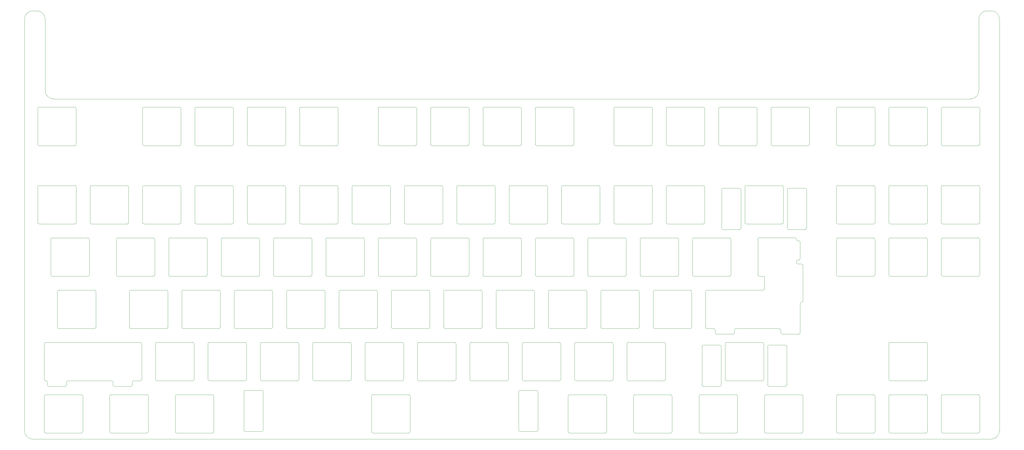
<source format=gm1>
G04 #@! TF.GenerationSoftware,KiCad,Pcbnew,(5.1.9)-1*
G04 #@! TF.CreationDate,2021-05-22T18:04:56+01:00*
G04 #@! TF.ProjectId,ENV_KB-Top,454e565f-4b42-42d5-946f-702e6b696361,Rev.1*
G04 #@! TF.SameCoordinates,Original*
G04 #@! TF.FileFunction,Profile,NP*
%FSLAX46Y46*%
G04 Gerber Fmt 4.6, Leading zero omitted, Abs format (unit mm)*
G04 Created by KiCad (PCBNEW (5.1.9)-1) date 2021-05-22 18:04:56*
%MOMM*%
%LPD*%
G01*
G04 APERTURE LIST*
G04 #@! TA.AperFunction,Profile*
%ADD10C,0.100000*%
G04 #@! TD*
G04 APERTURE END LIST*
D10*
X382025000Y-88785000D02*
G75*
G02*
X379025000Y-91785000I-3000000J0D01*
G01*
X382025000Y-62685000D02*
X382025000Y-88785000D01*
X45425000Y-91785000D02*
X379025000Y-91785000D01*
X45425000Y-91785000D02*
G75*
G02*
X42425000Y-88785000I0J3000000D01*
G01*
X42425000Y-62685000D02*
X42425000Y-88785000D01*
X39425000Y-59685000D02*
G75*
G02*
X42425000Y-62685000I0J-3000000D01*
G01*
X382025000Y-62685000D02*
G75*
G02*
X385025000Y-59685000I3000000J0D01*
G01*
X386525000Y-59685000D02*
X385025000Y-59685000D01*
X37925000Y-59685000D02*
X39425000Y-59685000D01*
X389525000Y-62685000D02*
X389525000Y-212785000D01*
X50210750Y-195010000D02*
G75*
G02*
X50710750Y-194510000I500000J0D01*
G01*
X42608750Y-180510000D02*
X77040000Y-180510000D01*
X309974500Y-175961000D02*
X309974500Y-176960000D01*
X317046250Y-166430940D02*
G75*
G02*
X317546250Y-165930940I500000J0D01*
G01*
X293098320Y-175961020D02*
G75*
G02*
X293598320Y-175461020I500000J0D01*
G01*
X293098250Y-176960000D02*
X293098320Y-175961020D01*
X285597320Y-175461020D02*
G75*
G02*
X286097320Y-175961020I0J-500000D01*
G01*
X286098250Y-176960000D02*
X286097320Y-175961020D01*
X304047500Y-160959780D02*
X304047500Y-156870000D01*
X304047500Y-160959780D02*
G75*
G02*
X303547500Y-161459780I-500000J0D01*
G01*
X303547500Y-156370000D02*
X302147500Y-156370000D01*
X302147500Y-156370000D02*
G75*
G02*
X301647500Y-155870000I0J500000D01*
G01*
X303547500Y-156370000D02*
G75*
G02*
X304047500Y-156870000I0J-500000D01*
G01*
X316150000Y-151935000D02*
G75*
G02*
X315650000Y-151435000I0J500000D01*
G01*
X316546250Y-150497000D02*
X316150000Y-150497000D01*
X315650000Y-150997000D02*
G75*
G02*
X316150000Y-150497000I500000J0D01*
G01*
X316150000Y-143500000D02*
G75*
G02*
X315650000Y-143000000I0J500000D01*
G01*
X315650000Y-151435000D02*
X315650000Y-150997000D01*
X315150000Y-142380000D02*
G75*
G02*
X315650000Y-142880000I0J-500000D01*
G01*
X301647500Y-155870000D02*
X301650000Y-142880000D01*
X315650000Y-142880000D02*
X315650000Y-143000000D01*
X302150000Y-142380000D02*
X315150000Y-142380000D01*
X74086750Y-195010000D02*
G75*
G02*
X74586750Y-194510000I500000J0D01*
G01*
X77040000Y-194510000D02*
X74586750Y-194510000D01*
X74086750Y-196010000D02*
X74086750Y-195010000D01*
X67086750Y-195010000D02*
X67086750Y-196010000D01*
X66586750Y-194510000D02*
G75*
G02*
X67086750Y-195010000I0J-500000D01*
G01*
X66586750Y-194510000D02*
X50710750Y-194510000D01*
X50210750Y-196010000D02*
X50210750Y-195010000D01*
X43210750Y-195010000D02*
X43210750Y-196010000D01*
X42608750Y-194510000D02*
X42710750Y-194510000D01*
X42710750Y-194510000D02*
G75*
G02*
X43210750Y-195010000I0J-500000D01*
G01*
X43710750Y-196510000D02*
X49710750Y-196510000D01*
X293098250Y-176960000D02*
G75*
G02*
X292598250Y-177460000I-500000J0D01*
G01*
X317046250Y-176959240D02*
G75*
G02*
X316546250Y-177459240I-500000J0D01*
G01*
X67586750Y-196510000D02*
G75*
G02*
X67086750Y-196010000I0J500000D01*
G01*
X74086750Y-196010000D02*
G75*
G02*
X73586750Y-196510000I-500000J0D01*
G01*
X286598250Y-177460000D02*
X292598250Y-177460000D01*
X67586750Y-196510000D02*
X73586750Y-196510000D01*
X310474250Y-177460000D02*
G75*
G02*
X309974250Y-176960000I0J500000D01*
G01*
X50210750Y-196010000D02*
G75*
G02*
X49710750Y-196510000I-500000J0D01*
G01*
X43710750Y-196510000D02*
G75*
G02*
X43210750Y-196010000I0J500000D01*
G01*
X286598250Y-177460000D02*
G75*
G02*
X286098250Y-176960000I0J500000D01*
G01*
X309474500Y-175461000D02*
G75*
G02*
X309974500Y-175961000I0J-500000D01*
G01*
X310476100Y-177459620D02*
X316546250Y-177459240D01*
X293598320Y-175461020D02*
X309474500Y-175461000D01*
X316546250Y-143497000D02*
X316150000Y-143500000D01*
X277852500Y-142910000D02*
G75*
G02*
X278352500Y-142410000I500000J0D01*
G01*
X291852500Y-155910000D02*
G75*
G02*
X291352500Y-156410000I-500000J0D01*
G01*
X349290000Y-142910000D02*
X349290000Y-155910000D01*
X344240000Y-155910000D02*
G75*
G02*
X343740000Y-156410000I-500000J0D01*
G01*
X317046250Y-166430940D02*
X317046250Y-176959240D01*
X363290000Y-155910000D02*
G75*
G02*
X362790000Y-156410000I-500000J0D01*
G01*
X301650000Y-142880000D02*
G75*
G02*
X302150000Y-142380000I500000J0D01*
G01*
X317546250Y-151935000D02*
X316150000Y-151935000D01*
X362790000Y-142410000D02*
G75*
G02*
X363290000Y-142910000I0J-500000D01*
G01*
X363290000Y-142910000D02*
X363290000Y-155910000D01*
X316546250Y-143497000D02*
G75*
G02*
X317046250Y-143997000I0J-500000D01*
G01*
X317046250Y-143997000D02*
X317046250Y-149997000D01*
X318046250Y-165430940D02*
G75*
G02*
X317546250Y-165930940I-500000J0D01*
G01*
X344240000Y-142910000D02*
X344240000Y-155910000D01*
X330740000Y-156410000D02*
X343740000Y-156410000D01*
X317046250Y-149997000D02*
G75*
G02*
X316546250Y-150497000I-500000J0D01*
G01*
X318046250Y-152435000D02*
X318046250Y-165430940D01*
X291352500Y-142410000D02*
G75*
G02*
X291852500Y-142910000I0J-500000D01*
G01*
X349290000Y-142910000D02*
G75*
G02*
X349790000Y-142410000I500000J0D01*
G01*
X278352500Y-156410000D02*
G75*
G02*
X277852500Y-155910000I0J500000D01*
G01*
X330740000Y-156410000D02*
G75*
G02*
X330240000Y-155910000I0J500000D01*
G01*
X317546250Y-151935000D02*
G75*
G02*
X318046250Y-152435000I0J-500000D01*
G01*
X349790000Y-156410000D02*
X362790000Y-156410000D01*
X330240000Y-142910000D02*
X330240000Y-155910000D01*
X368840000Y-142410000D02*
X381840000Y-142410000D01*
X368840000Y-156410000D02*
G75*
G02*
X368340000Y-155910000I0J500000D01*
G01*
X381840000Y-142410000D02*
G75*
G02*
X382340000Y-142910000I0J-500000D01*
G01*
X343740000Y-142410000D02*
G75*
G02*
X344240000Y-142910000I0J-500000D01*
G01*
X368340000Y-142910000D02*
G75*
G02*
X368840000Y-142410000I500000J0D01*
G01*
X349790000Y-156410000D02*
G75*
G02*
X349290000Y-155910000I0J500000D01*
G01*
X382340000Y-142910000D02*
X382340000Y-155910000D01*
X330740000Y-142410000D02*
X343740000Y-142410000D01*
X368340000Y-142910000D02*
X368340000Y-155910000D01*
X368840000Y-156410000D02*
X381840000Y-156410000D01*
X349790000Y-142410000D02*
X362790000Y-142410000D01*
X330240000Y-142910000D02*
G75*
G02*
X330740000Y-142410000I500000J0D01*
G01*
X272302500Y-142410000D02*
G75*
G02*
X272802500Y-142910000I0J-500000D01*
G01*
X202152500Y-156410000D02*
X215152500Y-156410000D01*
X182602500Y-142910000D02*
G75*
G02*
X183102500Y-142410000I500000J0D01*
G01*
X258802500Y-142910000D02*
X258802500Y-155910000D01*
X196102500Y-142410000D02*
G75*
G02*
X196602500Y-142910000I0J-500000D01*
G01*
X196602500Y-142910000D02*
X196602500Y-155910000D01*
X163552500Y-142910000D02*
G75*
G02*
X164052500Y-142410000I500000J0D01*
G01*
X164052500Y-142410000D02*
X177052500Y-142410000D01*
X201652500Y-142910000D02*
X201652500Y-155910000D01*
X202152500Y-156410000D02*
G75*
G02*
X201652500Y-155910000I0J500000D01*
G01*
X177052500Y-142410000D02*
G75*
G02*
X177552500Y-142910000I0J-500000D01*
G01*
X240252500Y-142410000D02*
X253252500Y-142410000D01*
X259302500Y-156410000D02*
G75*
G02*
X258802500Y-155910000I0J500000D01*
G01*
X278352500Y-142410000D02*
X291352500Y-142410000D01*
X201652500Y-142910000D02*
G75*
G02*
X202152500Y-142410000I500000J0D01*
G01*
X164052500Y-156410000D02*
G75*
G02*
X163552500Y-155910000I0J500000D01*
G01*
X259302500Y-142410000D02*
X272302500Y-142410000D01*
X234202500Y-142410000D02*
G75*
G02*
X234702500Y-142910000I0J-500000D01*
G01*
X144502500Y-142910000D02*
G75*
G02*
X145002500Y-142410000I500000J0D01*
G01*
X163552500Y-142910000D02*
X163552500Y-155910000D01*
X125452500Y-142910000D02*
G75*
G02*
X125952500Y-142410000I500000J0D01*
G01*
X158502500Y-155910000D02*
G75*
G02*
X158002500Y-156410000I-500000J0D01*
G01*
X164052500Y-156410000D02*
X177052500Y-156410000D01*
X272802500Y-142910000D02*
X272802500Y-155910000D01*
X215652500Y-155910000D02*
G75*
G02*
X215152500Y-156410000I-500000J0D01*
G01*
X145002500Y-142410000D02*
X158002500Y-142410000D01*
X215652500Y-142910000D02*
X215652500Y-155910000D01*
X183102500Y-156410000D02*
G75*
G02*
X182602500Y-155910000I0J500000D01*
G01*
X202152500Y-142410000D02*
X215152500Y-142410000D01*
X125952500Y-156410000D02*
G75*
G02*
X125452500Y-155910000I0J500000D01*
G01*
X277852500Y-142910000D02*
X277852500Y-155910000D01*
X145002500Y-156410000D02*
X158002500Y-156410000D01*
X234702500Y-142910000D02*
X234702500Y-155910000D01*
X258802500Y-142910000D02*
G75*
G02*
X259302500Y-142410000I500000J0D01*
G01*
X259302500Y-156410000D02*
X272302500Y-156410000D01*
X253752500Y-155910000D02*
G75*
G02*
X253252500Y-156410000I-500000J0D01*
G01*
X240252500Y-156410000D02*
G75*
G02*
X239752500Y-155910000I0J500000D01*
G01*
X138952500Y-142410000D02*
G75*
G02*
X139452500Y-142910000I0J-500000D01*
G01*
X253252500Y-142410000D02*
G75*
G02*
X253752500Y-142910000I0J-500000D01*
G01*
X145002500Y-156410000D02*
G75*
G02*
X144502500Y-155910000I0J500000D01*
G01*
X221202500Y-156410000D02*
X234202500Y-156410000D01*
X215152500Y-142410000D02*
G75*
G02*
X215652500Y-142910000I0J-500000D01*
G01*
X239752500Y-142910000D02*
G75*
G02*
X240252500Y-142410000I500000J0D01*
G01*
X253752500Y-142910000D02*
X253752500Y-155910000D01*
X196602500Y-155910000D02*
G75*
G02*
X196102500Y-156410000I-500000J0D01*
G01*
X239752500Y-142910000D02*
X239752500Y-155910000D01*
X240252500Y-156410000D02*
X253252500Y-156410000D01*
X234702500Y-155910000D02*
G75*
G02*
X234202500Y-156410000I-500000J0D01*
G01*
X182602500Y-142910000D02*
X182602500Y-155910000D01*
X177552500Y-155910000D02*
G75*
G02*
X177052500Y-156410000I-500000J0D01*
G01*
X177552500Y-142910000D02*
X177552500Y-155910000D01*
X221202500Y-156410000D02*
G75*
G02*
X220702500Y-155910000I0J500000D01*
G01*
X220702500Y-142910000D02*
X220702500Y-155910000D01*
X221202500Y-142410000D02*
X234202500Y-142410000D01*
X158002500Y-142410000D02*
G75*
G02*
X158502500Y-142910000I0J-500000D01*
G01*
X158502500Y-142910000D02*
X158502500Y-155910000D01*
X139452500Y-155910000D02*
G75*
G02*
X138952500Y-156410000I-500000J0D01*
G01*
X183102500Y-142410000D02*
X196102500Y-142410000D01*
X291852500Y-142910000D02*
X291852500Y-155910000D01*
X144502500Y-142910000D02*
X144502500Y-155910000D01*
X278352500Y-156410000D02*
X291352500Y-156410000D01*
X183102500Y-156410000D02*
X196102500Y-156410000D01*
X220702500Y-142910000D02*
G75*
G02*
X221202500Y-142410000I500000J0D01*
G01*
X272802500Y-155910000D02*
G75*
G02*
X272302500Y-156410000I-500000J0D01*
G01*
X120402500Y-155910000D02*
G75*
G02*
X119902500Y-156410000I-500000J0D01*
G01*
X349790000Y-137360000D02*
G75*
G02*
X349290000Y-136860000I0J500000D01*
G01*
X106902500Y-156410000D02*
G75*
G02*
X106402500Y-155910000I0J500000D01*
G01*
X119902500Y-142410000D02*
G75*
G02*
X120402500Y-142910000I0J-500000D01*
G01*
X106402500Y-142910000D02*
G75*
G02*
X106902500Y-142410000I500000J0D01*
G01*
X68802500Y-156410000D02*
X81802500Y-156410000D01*
X349790000Y-137360000D02*
X362790000Y-137360000D01*
X57990000Y-142410000D02*
G75*
G02*
X58490000Y-142910000I0J-500000D01*
G01*
X120402500Y-142910000D02*
X120402500Y-155910000D01*
X81802500Y-142410000D02*
G75*
G02*
X82302500Y-142910000I0J-500000D01*
G01*
X68302500Y-142910000D02*
X68302500Y-155910000D01*
X106402500Y-142910000D02*
X106402500Y-155910000D01*
X363290000Y-136860000D02*
G75*
G02*
X362790000Y-137360000I-500000J0D01*
G01*
X106902500Y-156410000D02*
X119902500Y-156410000D01*
X87852500Y-156410000D02*
G75*
G02*
X87352500Y-155910000I0J500000D01*
G01*
X101352500Y-142910000D02*
X101352500Y-155910000D01*
X58490000Y-155910000D02*
G75*
G02*
X57990000Y-156410000I-500000J0D01*
G01*
X44990000Y-156410000D02*
X57990000Y-156410000D01*
X349790000Y-123360000D02*
X362790000Y-123360000D01*
X44990000Y-156410000D02*
G75*
G02*
X44490000Y-155910000I0J500000D01*
G01*
X368840000Y-137360000D02*
X381840000Y-137360000D01*
X44490000Y-142910000D02*
G75*
G02*
X44990000Y-142410000I500000J0D01*
G01*
X344240000Y-123860000D02*
X344240000Y-136860000D01*
X330740000Y-123360000D02*
X343740000Y-123360000D01*
X106902500Y-142410000D02*
X119902500Y-142410000D01*
X381840000Y-123360000D02*
G75*
G02*
X382340000Y-123860000I0J-500000D01*
G01*
X101352500Y-155910000D02*
G75*
G02*
X100852500Y-156410000I-500000J0D01*
G01*
X344240000Y-136860000D02*
G75*
G02*
X343740000Y-137360000I-500000J0D01*
G01*
X68802500Y-156410000D02*
G75*
G02*
X68302500Y-155910000I0J500000D01*
G01*
X382340000Y-123860000D02*
X382340000Y-136860000D01*
X100852500Y-142410000D02*
G75*
G02*
X101352500Y-142910000I0J-500000D01*
G01*
X368840000Y-137360000D02*
G75*
G02*
X368340000Y-136860000I0J500000D01*
G01*
X368840000Y-123360000D02*
X381840000Y-123360000D01*
X87852500Y-156410000D02*
X100852500Y-156410000D01*
X82302500Y-142910000D02*
X82302500Y-155910000D01*
X82302500Y-155910000D02*
G75*
G02*
X81802500Y-156410000I-500000J0D01*
G01*
X368340000Y-123860000D02*
X368340000Y-136860000D01*
X288464500Y-124860000D02*
G75*
G02*
X288964500Y-124360000I500000J0D01*
G01*
X87852500Y-142410000D02*
X100852500Y-142410000D01*
X58490000Y-142910000D02*
X58490000Y-155910000D01*
X362790000Y-123360000D02*
G75*
G02*
X363290000Y-123860000I0J-500000D01*
G01*
X330240000Y-123860000D02*
G75*
G02*
X330740000Y-123360000I500000J0D01*
G01*
X288964500Y-139360000D02*
G75*
G02*
X288464500Y-138860000I0J500000D01*
G01*
X294964500Y-124360000D02*
G75*
G02*
X295464500Y-124860000I0J-500000D01*
G01*
X330740000Y-137360000D02*
G75*
G02*
X330240000Y-136860000I0J500000D01*
G01*
X330240000Y-123860000D02*
X330240000Y-136860000D01*
X349290000Y-123860000D02*
G75*
G02*
X349790000Y-123360000I500000J0D01*
G01*
X87352500Y-142910000D02*
G75*
G02*
X87852500Y-142410000I500000J0D01*
G01*
X68302500Y-142910000D02*
G75*
G02*
X68802500Y-142410000I500000J0D01*
G01*
X68802500Y-142410000D02*
X81802500Y-142410000D01*
X330740000Y-137360000D02*
X343740000Y-137360000D01*
X363290000Y-123860000D02*
X363290000Y-136860000D01*
X87352500Y-142910000D02*
X87352500Y-155910000D01*
X44490000Y-142910000D02*
X44490000Y-155910000D01*
X44990000Y-142410000D02*
X57990000Y-142410000D01*
X368340000Y-123860000D02*
G75*
G02*
X368840000Y-123360000I500000J0D01*
G01*
X343740000Y-123360000D02*
G75*
G02*
X344240000Y-123860000I0J-500000D01*
G01*
X382340000Y-136860000D02*
G75*
G02*
X381840000Y-137360000I-500000J0D01*
G01*
X295464500Y-138860000D02*
G75*
G02*
X294964500Y-139360000I-500000J0D01*
G01*
X349290000Y-123860000D02*
X349290000Y-136860000D01*
X139452500Y-142910000D02*
X139452500Y-155910000D01*
X125452500Y-142910000D02*
X125452500Y-155910000D01*
X125952500Y-156410000D02*
X138952500Y-156410000D01*
X125952500Y-142410000D02*
X138952500Y-142410000D01*
X211177500Y-123860000D02*
G75*
G02*
X211677500Y-123360000I500000J0D01*
G01*
X230227500Y-123860000D02*
G75*
G02*
X230727500Y-123360000I500000J0D01*
G01*
X211177500Y-123860000D02*
X211177500Y-136860000D01*
X230727500Y-137360000D02*
X243727500Y-137360000D01*
X297402500Y-123360000D02*
X310402500Y-123360000D01*
X206127500Y-136860000D02*
G75*
G02*
X205627500Y-137360000I-500000J0D01*
G01*
X263277500Y-136860000D02*
G75*
G02*
X262777500Y-137360000I-500000J0D01*
G01*
X263277500Y-123860000D02*
X263277500Y-136860000D01*
X268827500Y-123360000D02*
X281827500Y-123360000D01*
X262777500Y-123360000D02*
G75*
G02*
X263277500Y-123860000I0J-500000D01*
G01*
X211677500Y-137360000D02*
G75*
G02*
X211177500Y-136860000I0J500000D01*
G01*
X186577500Y-123360000D02*
G75*
G02*
X187077500Y-123860000I0J-500000D01*
G01*
X225177500Y-123860000D02*
X225177500Y-136860000D01*
X288964500Y-124360000D02*
X294964500Y-124360000D01*
X312340500Y-124860000D02*
G75*
G02*
X312840500Y-124360000I500000J0D01*
G01*
X312840500Y-124360000D02*
X318840500Y-124360000D01*
X310902500Y-123860000D02*
X310902500Y-136860000D01*
X244227500Y-136860000D02*
G75*
G02*
X243727500Y-137360000I-500000J0D01*
G01*
X205627500Y-123360000D02*
G75*
G02*
X206127500Y-123860000I0J-500000D01*
G01*
X297402500Y-137360000D02*
G75*
G02*
X296902500Y-136860000I0J500000D01*
G01*
X297402500Y-137360000D02*
X310402500Y-137360000D01*
X282327500Y-123860000D02*
X282327500Y-136860000D01*
X268827500Y-137360000D02*
X281827500Y-137360000D01*
X249777500Y-137360000D02*
G75*
G02*
X249277500Y-136860000I0J500000D01*
G01*
X224677500Y-123360000D02*
G75*
G02*
X225177500Y-123860000I0J-500000D01*
G01*
X211677500Y-123360000D02*
X224677500Y-123360000D01*
X249277500Y-123860000D02*
X249277500Y-136860000D01*
X249777500Y-123360000D02*
X262777500Y-123360000D01*
X281827500Y-123360000D02*
G75*
G02*
X282327500Y-123860000I0J-500000D01*
G01*
X230727500Y-137360000D02*
G75*
G02*
X230227500Y-136860000I0J500000D01*
G01*
X268327500Y-123860000D02*
G75*
G02*
X268827500Y-123360000I500000J0D01*
G01*
X296902500Y-123860000D02*
X296902500Y-136860000D01*
X268827500Y-137360000D02*
G75*
G02*
X268327500Y-136860000I0J500000D01*
G01*
X225177500Y-136860000D02*
G75*
G02*
X224677500Y-137360000I-500000J0D01*
G01*
X192627500Y-137360000D02*
G75*
G02*
X192127500Y-136860000I0J500000D01*
G01*
X268327500Y-123860000D02*
X268327500Y-136860000D01*
X243727500Y-123360000D02*
G75*
G02*
X244227500Y-123860000I0J-500000D01*
G01*
X230227500Y-123860000D02*
X230227500Y-136860000D01*
X192127500Y-123860000D02*
X192127500Y-136860000D01*
X319340500Y-124860000D02*
X319340500Y-138860000D01*
X310902500Y-136860000D02*
G75*
G02*
X310402500Y-137360000I-500000J0D01*
G01*
X244227500Y-123860000D02*
X244227500Y-136860000D01*
X249777500Y-137360000D02*
X262777500Y-137360000D01*
X211677500Y-137360000D02*
X224677500Y-137360000D01*
X192127500Y-123860000D02*
G75*
G02*
X192627500Y-123360000I500000J0D01*
G01*
X206127500Y-123860000D02*
X206127500Y-136860000D01*
X173577500Y-137360000D02*
G75*
G02*
X173077500Y-136860000I0J500000D01*
G01*
X173077500Y-123860000D02*
G75*
G02*
X173577500Y-123360000I500000J0D01*
G01*
X312840500Y-139360000D02*
G75*
G02*
X312340500Y-138860000I0J500000D01*
G01*
X249277500Y-123860000D02*
G75*
G02*
X249777500Y-123360000I500000J0D01*
G01*
X230727500Y-123360000D02*
X243727500Y-123360000D01*
X312340500Y-124860000D02*
X312340500Y-138860000D01*
X192627500Y-137360000D02*
X205627500Y-137360000D01*
X187077500Y-136860000D02*
G75*
G02*
X186577500Y-137360000I-500000J0D01*
G01*
X295464500Y-124860000D02*
X295464500Y-138860000D01*
X288464500Y-124860000D02*
X288464500Y-138860000D01*
X192627500Y-123360000D02*
X205627500Y-123360000D01*
X310402500Y-123360000D02*
G75*
G02*
X310902500Y-123860000I0J-500000D01*
G01*
X288964500Y-139360000D02*
X294964500Y-139360000D01*
X319340500Y-138860000D02*
G75*
G02*
X318840500Y-139360000I-500000J0D01*
G01*
X318840500Y-124360000D02*
G75*
G02*
X319340500Y-124860000I0J-500000D01*
G01*
X312840500Y-139360000D02*
X318840500Y-139360000D01*
X296902500Y-123860000D02*
G75*
G02*
X297402500Y-123360000I500000J0D01*
G01*
X282327500Y-136860000D02*
G75*
G02*
X281827500Y-137360000I-500000J0D01*
G01*
X91827500Y-136860000D02*
G75*
G02*
X91327500Y-137360000I-500000J0D01*
G01*
X382340000Y-108284999D02*
G75*
G02*
X381840000Y-108784999I-500000J0D01*
G01*
X59277500Y-137360000D02*
X72277500Y-137360000D01*
X53227499Y-123360000D02*
G75*
G02*
X53727499Y-123860000I0J-500000D01*
G01*
X39727500Y-123860000D02*
G75*
G02*
X40227500Y-123360000I500000J0D01*
G01*
X173077500Y-123860000D02*
X173077500Y-136860000D01*
X134977500Y-123860000D02*
X134977500Y-136860000D01*
X135477500Y-123360000D02*
X148477500Y-123360000D01*
X148977500Y-136860000D02*
G75*
G02*
X148477500Y-137360000I-500000J0D01*
G01*
X72277500Y-123360000D02*
G75*
G02*
X72777500Y-123860000I0J-500000D01*
G01*
X168027499Y-123860000D02*
X168027499Y-136860000D01*
X381840000Y-94785000D02*
G75*
G02*
X382340000Y-95285000I0J-500000D01*
G01*
X173577500Y-123360000D02*
X186577500Y-123360000D01*
X154527500Y-137360000D02*
X167527499Y-137360000D01*
X58777500Y-123860000D02*
G75*
G02*
X59277500Y-123360000I500000J0D01*
G01*
X129927500Y-123860000D02*
X129927500Y-136860000D01*
X154027500Y-123860000D02*
G75*
G02*
X154527500Y-123360000I500000J0D01*
G01*
X154527500Y-123360000D02*
X167527499Y-123360000D01*
X116427500Y-123360000D02*
X129427500Y-123360000D01*
X78327500Y-137360000D02*
X91327500Y-137360000D01*
X97377500Y-137360000D02*
X110377500Y-137360000D01*
X148477500Y-123360000D02*
G75*
G02*
X148977500Y-123860000I0J-500000D01*
G01*
X148977500Y-123860000D02*
X148977500Y-136860000D01*
X91827500Y-123860000D02*
X91827500Y-136860000D01*
X77827500Y-123860000D02*
G75*
G02*
X78327500Y-123360000I500000J0D01*
G01*
X115927500Y-123860000D02*
X115927500Y-136860000D01*
X116427500Y-137360000D02*
X129427500Y-137360000D01*
X110377500Y-123360000D02*
G75*
G02*
X110877500Y-123860000I0J-500000D01*
G01*
X110877500Y-136860000D02*
G75*
G02*
X110377500Y-137360000I-500000J0D01*
G01*
X96877500Y-123860000D02*
G75*
G02*
X97377500Y-123360000I500000J0D01*
G01*
X59277500Y-137360000D02*
G75*
G02*
X58777500Y-136860000I0J500000D01*
G01*
X58777500Y-123860000D02*
X58777500Y-136860000D01*
X368840000Y-108784999D02*
G75*
G02*
X368340000Y-108284999I0J500000D01*
G01*
X97377500Y-123360000D02*
X110377500Y-123360000D01*
X40227500Y-137360000D02*
X53227499Y-137360000D01*
X72777500Y-136860000D02*
G75*
G02*
X72277500Y-137360000I-500000J0D01*
G01*
X154527500Y-137360000D02*
G75*
G02*
X154027500Y-136860000I0J500000D01*
G01*
X154027500Y-123860000D02*
X154027500Y-136860000D01*
X134977500Y-123860000D02*
G75*
G02*
X135477500Y-123360000I500000J0D01*
G01*
X110877500Y-123860000D02*
X110877500Y-136860000D01*
X368340000Y-95285000D02*
G75*
G02*
X368840000Y-94785000I500000J0D01*
G01*
X40227500Y-123360000D02*
X53227499Y-123360000D01*
X53727499Y-136860000D02*
G75*
G02*
X53227499Y-137360000I-500000J0D01*
G01*
X96877500Y-123860000D02*
X96877500Y-136860000D01*
X91327500Y-123360000D02*
G75*
G02*
X91827500Y-123860000I0J-500000D01*
G01*
X129927500Y-136860000D02*
G75*
G02*
X129427500Y-137360000I-500000J0D01*
G01*
X78327500Y-137360000D02*
G75*
G02*
X77827500Y-136860000I0J500000D01*
G01*
X59277500Y-123360000D02*
X72277500Y-123360000D01*
X40227500Y-137360000D02*
G75*
G02*
X39727500Y-136860000I0J500000D01*
G01*
X78327500Y-123360000D02*
X91327500Y-123360000D01*
X115927500Y-123860000D02*
G75*
G02*
X116427500Y-123360000I500000J0D01*
G01*
X187077500Y-123860000D02*
X187077500Y-136860000D01*
X77827500Y-123860000D02*
X77827500Y-136860000D01*
X167527499Y-123360000D02*
G75*
G02*
X168027499Y-123860000I0J-500000D01*
G01*
X97377500Y-137360000D02*
G75*
G02*
X96877500Y-136860000I0J500000D01*
G01*
X173577500Y-137360000D02*
X186577500Y-137360000D01*
X168027499Y-136860000D02*
G75*
G02*
X167527499Y-137360000I-500000J0D01*
G01*
X129427500Y-123360000D02*
G75*
G02*
X129927500Y-123860000I0J-500000D01*
G01*
X135477500Y-137360000D02*
G75*
G02*
X134977500Y-136860000I0J500000D01*
G01*
X116427500Y-137360000D02*
G75*
G02*
X115927500Y-136860000I0J500000D01*
G01*
X72777500Y-123860000D02*
X72777500Y-136860000D01*
X39727500Y-123860000D02*
X39727500Y-136860000D01*
X53727499Y-123860000D02*
X53727499Y-136860000D01*
X135477500Y-137360000D02*
X148477500Y-137360000D01*
X349790000Y-94785000D02*
X362790000Y-94785000D01*
X330240000Y-95285000D02*
G75*
G02*
X330740000Y-94785000I500000J0D01*
G01*
X349790000Y-108784999D02*
X362790000Y-108784999D01*
X320427500Y-108284999D02*
G75*
G02*
X319927500Y-108784999I-500000J0D01*
G01*
X382340000Y-95285000D02*
X382340000Y-108284999D01*
X368840000Y-94785000D02*
X381840000Y-94785000D01*
X349790000Y-108784999D02*
G75*
G02*
X349290000Y-108284999I0J500000D01*
G01*
X363290000Y-95285000D02*
X363290000Y-108284999D01*
X344240000Y-108284999D02*
G75*
G02*
X343740000Y-108784999I-500000J0D01*
G01*
X268827500Y-108784999D02*
X281827500Y-108784999D01*
X249277500Y-95285000D02*
X249277500Y-108284999D01*
X330740000Y-108784999D02*
X343740000Y-108784999D01*
X268327500Y-95285000D02*
X268327500Y-108284999D01*
X320427500Y-95285000D02*
X320427500Y-108284999D01*
X249777500Y-108784999D02*
G75*
G02*
X249277500Y-108284999I0J500000D01*
G01*
X301377500Y-95285000D02*
X301377500Y-108284999D01*
X343740000Y-94785000D02*
G75*
G02*
X344240000Y-95285000I0J-500000D01*
G01*
X249277500Y-95285000D02*
G75*
G02*
X249777500Y-94785000I500000J0D01*
G01*
X330240000Y-95285000D02*
X330240000Y-108284999D01*
X306927500Y-108784999D02*
G75*
G02*
X306427500Y-108284999I0J500000D01*
G01*
X330740000Y-108784999D02*
G75*
G02*
X330240000Y-108284999I0J500000D01*
G01*
X215652500Y-108284999D02*
G75*
G02*
X215152500Y-108784999I-500000J0D01*
G01*
X349290000Y-95285000D02*
G75*
G02*
X349790000Y-94785000I500000J0D01*
G01*
X306927500Y-94785000D02*
X319927500Y-94785000D01*
X349290000Y-95285000D02*
X349290000Y-108284999D01*
X306427500Y-95285000D02*
G75*
G02*
X306927500Y-94785000I500000J0D01*
G01*
X281827500Y-94785000D02*
G75*
G02*
X282327500Y-95285000I0J-500000D01*
G01*
X287377500Y-95285000D02*
G75*
G02*
X287877500Y-94785000I500000J0D01*
G01*
X263277500Y-108284999D02*
G75*
G02*
X262777500Y-108784999I-500000J0D01*
G01*
X221202500Y-108784999D02*
X234202500Y-108784999D01*
X368340000Y-95285000D02*
X368340000Y-108284999D01*
X306427500Y-95285000D02*
X306427500Y-108284999D01*
X368840000Y-108784999D02*
X381840000Y-108784999D01*
X330740000Y-94785000D02*
X343740000Y-94785000D01*
X234702500Y-95285000D02*
X234702500Y-108284999D01*
X344240000Y-95285000D02*
X344240000Y-108284999D01*
X301377500Y-108284999D02*
G75*
G02*
X300877500Y-108784999I-500000J0D01*
G01*
X268327500Y-95285000D02*
G75*
G02*
X268827500Y-94785000I500000J0D01*
G01*
X287877500Y-108784999D02*
X300877500Y-108784999D01*
X282327500Y-108284999D02*
G75*
G02*
X281827500Y-108784999I-500000J0D01*
G01*
X221202500Y-108784999D02*
G75*
G02*
X220702500Y-108284999I0J500000D01*
G01*
X202152500Y-108784999D02*
G75*
G02*
X201652500Y-108284999I0J500000D01*
G01*
X221202500Y-94785000D02*
X234202500Y-94785000D01*
X234202500Y-94785000D02*
G75*
G02*
X234702500Y-95285000I0J-500000D01*
G01*
X319927500Y-94785000D02*
G75*
G02*
X320427500Y-95285000I0J-500000D01*
G01*
X300877500Y-94785000D02*
G75*
G02*
X301377500Y-95285000I0J-500000D01*
G01*
X249777500Y-94785000D02*
X262777500Y-94785000D01*
X287377500Y-95285000D02*
X287377500Y-108284999D01*
X263277500Y-95285000D02*
X263277500Y-108284999D01*
X306927500Y-108784999D02*
X319927500Y-108784999D01*
X287877500Y-108784999D02*
G75*
G02*
X287377500Y-108284999I0J500000D01*
G01*
X268827500Y-108784999D02*
G75*
G02*
X268327500Y-108284999I0J500000D01*
G01*
X282327500Y-95285000D02*
X282327500Y-108284999D01*
X234702500Y-108284999D02*
G75*
G02*
X234202500Y-108784999I-500000J0D01*
G01*
X262777500Y-94785000D02*
G75*
G02*
X263277500Y-95285000I0J-500000D01*
G01*
X220702500Y-95285000D02*
X220702500Y-108284999D01*
X220702500Y-95285000D02*
G75*
G02*
X221202500Y-94785000I500000J0D01*
G01*
X201652500Y-95285000D02*
G75*
G02*
X202152500Y-94785000I500000J0D01*
G01*
X249777500Y-108784999D02*
X262777500Y-108784999D01*
X215152500Y-94785000D02*
G75*
G02*
X215652500Y-95285000I0J-500000D01*
G01*
X363290000Y-108284999D02*
G75*
G02*
X362790000Y-108784999I-500000J0D01*
G01*
X287877500Y-94785000D02*
X300877500Y-94785000D01*
X268827500Y-94785000D02*
X281827500Y-94785000D01*
X362790000Y-94785000D02*
G75*
G02*
X363290000Y-95285000I0J-500000D01*
G01*
X148477500Y-94785000D02*
G75*
G02*
X148977500Y-95285000I0J-500000D01*
G01*
X91827500Y-95285000D02*
X91827500Y-108284999D01*
X40227500Y-108784999D02*
G75*
G02*
X39727500Y-108284999I0J500000D01*
G01*
X196602500Y-95285000D02*
X196602500Y-108284999D01*
X183102500Y-94785000D02*
X196102500Y-94785000D01*
X53727499Y-108284999D02*
G75*
G02*
X53227499Y-108784999I-500000J0D01*
G01*
X53227499Y-94785000D02*
G75*
G02*
X53727499Y-95285000I0J-500000D01*
G01*
X77827500Y-95285000D02*
G75*
G02*
X78327500Y-94785000I500000J0D01*
G01*
X97377500Y-94785000D02*
X110377500Y-94785000D01*
X115927500Y-95285000D02*
X115927500Y-108284999D01*
X148977500Y-108284999D02*
G75*
G02*
X148477500Y-108784999I-500000J0D01*
G01*
X215652500Y-95285000D02*
X215652500Y-108284999D01*
X78327500Y-108784999D02*
G75*
G02*
X77827500Y-108284999I0J500000D01*
G01*
X40227500Y-94785000D02*
X53227499Y-94785000D01*
X201652500Y-95285000D02*
X201652500Y-108284999D01*
X177552500Y-95285000D02*
X177552500Y-108284999D01*
X134977500Y-95285000D02*
X134977500Y-108284999D01*
X110877500Y-108284999D02*
G75*
G02*
X110377500Y-108784999I-500000J0D01*
G01*
X202152500Y-108784999D02*
X215152500Y-108784999D01*
X202152500Y-94785000D02*
X215152500Y-94785000D01*
X196602500Y-108284999D02*
G75*
G02*
X196102500Y-108784999I-500000J0D01*
G01*
X164052500Y-94785000D02*
X177052500Y-94785000D01*
X97377500Y-108784999D02*
X110377500Y-108784999D01*
X91327500Y-94785000D02*
G75*
G02*
X91827500Y-95285000I0J-500000D01*
G01*
X78327500Y-94785000D02*
X91327500Y-94785000D01*
X77827500Y-95285000D02*
X77827500Y-108284999D01*
X163552500Y-95285000D02*
G75*
G02*
X164052500Y-94785000I500000J0D01*
G01*
X164052500Y-108784999D02*
X177052500Y-108784999D01*
X135477500Y-108784999D02*
G75*
G02*
X134977500Y-108284999I0J500000D01*
G01*
X110377500Y-94785000D02*
G75*
G02*
X110877500Y-95285000I0J-500000D01*
G01*
X196102500Y-94785000D02*
G75*
G02*
X196602500Y-95285000I0J-500000D01*
G01*
X134977500Y-95285000D02*
G75*
G02*
X135477500Y-94785000I500000J0D01*
G01*
X182602500Y-95285000D02*
X182602500Y-108284999D01*
X148977500Y-95285000D02*
X148977500Y-108284999D01*
X183102500Y-108784999D02*
X196102500Y-108784999D01*
X129927500Y-108284999D02*
G75*
G02*
X129427500Y-108784999I-500000J0D01*
G01*
X164052500Y-108784999D02*
G75*
G02*
X163552500Y-108284999I0J500000D01*
G01*
X110877500Y-95285000D02*
X110877500Y-108284999D01*
X91827500Y-108284999D02*
G75*
G02*
X91327500Y-108784999I-500000J0D01*
G01*
X177052500Y-94785000D02*
G75*
G02*
X177552500Y-95285000I0J-500000D01*
G01*
X135477500Y-108784999D02*
X148477500Y-108784999D01*
X78327500Y-108784999D02*
X91327500Y-108784999D01*
X135477500Y-94785000D02*
X148477500Y-94785000D01*
X129927500Y-95285000D02*
X129927500Y-108284999D01*
X116427500Y-108784999D02*
X129427500Y-108784999D01*
X39727500Y-95285000D02*
G75*
G02*
X40227500Y-94785000I500000J0D01*
G01*
X40227500Y-108784999D02*
X53227499Y-108784999D01*
X116427500Y-108784999D02*
G75*
G02*
X115927500Y-108284999I0J500000D01*
G01*
X115927500Y-95285000D02*
G75*
G02*
X116427500Y-94785000I500000J0D01*
G01*
X116427500Y-94785000D02*
X129427500Y-94785000D01*
X96877500Y-95285000D02*
X96877500Y-108284999D01*
X129427500Y-94785000D02*
G75*
G02*
X129927500Y-95285000I0J-500000D01*
G01*
X96877500Y-95285000D02*
G75*
G02*
X97377500Y-94785000I500000J0D01*
G01*
X39727500Y-95285000D02*
X39727500Y-108284999D01*
X183102500Y-108784999D02*
G75*
G02*
X182602500Y-108284999I0J500000D01*
G01*
X182602500Y-95285000D02*
G75*
G02*
X183102500Y-94785000I500000J0D01*
G01*
X177552500Y-108284999D02*
G75*
G02*
X177052500Y-108784999I-500000J0D01*
G01*
X53727499Y-95285000D02*
X53727499Y-108284999D01*
X97377500Y-108784999D02*
G75*
G02*
X96877500Y-108284999I0J500000D01*
G01*
X163552500Y-95285000D02*
X163552500Y-108284999D01*
X143715000Y-161460000D02*
G75*
G02*
X144215000Y-161960000I0J-500000D01*
G01*
X60371250Y-161460000D02*
G75*
G02*
X60871250Y-161960000I0J-500000D01*
G01*
X130715000Y-161460000D02*
X143715000Y-161460000D01*
X130715000Y-175460000D02*
X143715000Y-175460000D01*
X125165000Y-174960000D02*
G75*
G02*
X124665000Y-175460000I-500000J0D01*
G01*
X111665000Y-161460000D02*
X124665000Y-161460000D01*
X47371250Y-161460000D02*
X60371250Y-161460000D01*
X92115000Y-161960000D02*
G75*
G02*
X92615000Y-161460000I500000J0D01*
G01*
X130715000Y-175460000D02*
G75*
G02*
X130215000Y-174960000I0J500000D01*
G01*
X149265000Y-161960000D02*
X149265000Y-174960000D01*
X111665000Y-175460000D02*
X124665000Y-175460000D01*
X168315000Y-161960000D02*
G75*
G02*
X168815000Y-161460000I500000J0D01*
G01*
X47371250Y-175460000D02*
G75*
G02*
X46871250Y-174960000I0J500000D01*
G01*
X187365000Y-161960000D02*
G75*
G02*
X187865000Y-161460000I500000J0D01*
G01*
X149765000Y-161460000D02*
X162765000Y-161460000D01*
X111165000Y-161960000D02*
X111165000Y-174960000D01*
X168815000Y-175460000D02*
X181815000Y-175460000D01*
X92615000Y-161460000D02*
X105615000Y-161460000D01*
X382340000Y-155910000D02*
G75*
G02*
X381840000Y-156410000I-500000J0D01*
G01*
X92615000Y-175460000D02*
G75*
G02*
X92115000Y-174960000I0J500000D01*
G01*
X73565000Y-161460000D02*
X86565000Y-161460000D01*
X106115000Y-161960000D02*
X106115000Y-174960000D01*
X105615000Y-161460000D02*
G75*
G02*
X106115000Y-161960000I0J-500000D01*
G01*
X201365000Y-161960000D02*
X201365000Y-174960000D01*
X163265000Y-161960000D02*
X163265000Y-174960000D01*
X73065000Y-161960000D02*
G75*
G02*
X73565000Y-161460000I500000J0D01*
G01*
X144215000Y-174960000D02*
G75*
G02*
X143715000Y-175460000I-500000J0D01*
G01*
X130215000Y-161960000D02*
X130215000Y-174960000D01*
X130215000Y-161960000D02*
G75*
G02*
X130715000Y-161460000I500000J0D01*
G01*
X73065000Y-161960000D02*
X73065000Y-174960000D01*
X163265000Y-174960000D02*
G75*
G02*
X162765000Y-175460000I-500000J0D01*
G01*
X86565000Y-161460000D02*
G75*
G02*
X87065000Y-161960000I0J-500000D01*
G01*
X60871250Y-174960000D02*
G75*
G02*
X60371250Y-175460000I-500000J0D01*
G01*
X187365000Y-161960000D02*
X187365000Y-174960000D01*
X187865000Y-175460000D02*
X200865000Y-175460000D01*
X187865000Y-161460000D02*
X200865000Y-161460000D01*
X182315000Y-174960000D02*
G75*
G02*
X181815000Y-175460000I-500000J0D01*
G01*
X73565000Y-175460000D02*
X86565000Y-175460000D01*
X162765000Y-161460000D02*
G75*
G02*
X163265000Y-161960000I0J-500000D01*
G01*
X92115000Y-161960000D02*
X92115000Y-174960000D01*
X46871250Y-161960000D02*
G75*
G02*
X47371250Y-161460000I500000J0D01*
G01*
X149765000Y-175460000D02*
X162765000Y-175460000D01*
X168815000Y-175460000D02*
G75*
G02*
X168315000Y-174960000I0J500000D01*
G01*
X181815000Y-161460000D02*
G75*
G02*
X182315000Y-161960000I0J-500000D01*
G01*
X144215000Y-161960000D02*
X144215000Y-174960000D01*
X182315000Y-161960000D02*
X182315000Y-174960000D01*
X60871250Y-161960000D02*
X60871250Y-174960000D01*
X168315000Y-161960000D02*
X168315000Y-174960000D01*
X111665000Y-175460000D02*
G75*
G02*
X111165000Y-174960000I0J500000D01*
G01*
X125165000Y-161960000D02*
X125165000Y-174960000D01*
X106115000Y-174960000D02*
G75*
G02*
X105615000Y-175460000I-500000J0D01*
G01*
X46871250Y-161960000D02*
X46871250Y-174960000D01*
X149765000Y-175460000D02*
G75*
G02*
X149265000Y-174960000I0J500000D01*
G01*
X149265000Y-161960000D02*
G75*
G02*
X149765000Y-161460000I500000J0D01*
G01*
X92615000Y-175460000D02*
X105615000Y-175460000D01*
X87065000Y-174960000D02*
G75*
G02*
X86565000Y-175460000I-500000J0D01*
G01*
X87065000Y-161960000D02*
X87065000Y-174960000D01*
X111165000Y-161960000D02*
G75*
G02*
X111665000Y-161460000I500000J0D01*
G01*
X73565000Y-175460000D02*
G75*
G02*
X73065000Y-174960000I0J500000D01*
G01*
X47371250Y-175460000D02*
X60371250Y-175460000D01*
X187865000Y-175460000D02*
G75*
G02*
X187365000Y-174960000I0J500000D01*
G01*
X124665000Y-161460000D02*
G75*
G02*
X125165000Y-161960000I0J-500000D01*
G01*
X168815000Y-161460000D02*
X181815000Y-161460000D01*
X200865000Y-161460000D02*
G75*
G02*
X201365000Y-161960000I0J-500000D01*
G01*
X363290000Y-200060000D02*
X363290000Y-213060000D01*
X368340000Y-200060000D02*
G75*
G02*
X368840000Y-199560000I500000J0D01*
G01*
X362790000Y-199560000D02*
G75*
G02*
X363290000Y-200060000I0J-500000D01*
G01*
X344240000Y-213060000D02*
G75*
G02*
X343740000Y-213560000I-500000J0D01*
G01*
X349790000Y-199560000D02*
X362790000Y-199560000D01*
X368840000Y-213560000D02*
G75*
G02*
X368340000Y-213060000I0J500000D01*
G01*
X368840000Y-213560000D02*
X381840000Y-213560000D01*
X368840000Y-199560000D02*
X381840000Y-199560000D01*
X381840000Y-199560000D02*
G75*
G02*
X382340000Y-200060000I0J-500000D01*
G01*
X382340000Y-200060000D02*
X382340000Y-213060000D01*
X349290000Y-200060000D02*
G75*
G02*
X349790000Y-199560000I500000J0D01*
G01*
X382340000Y-213060000D02*
G75*
G02*
X381840000Y-213560000I-500000J0D01*
G01*
X363290000Y-213060000D02*
G75*
G02*
X362790000Y-213560000I-500000J0D01*
G01*
X349790000Y-213560000D02*
G75*
G02*
X349290000Y-213060000I0J500000D01*
G01*
X349790000Y-213560000D02*
X362790000Y-213560000D01*
X349290000Y-200060000D02*
X349290000Y-213060000D01*
X368340000Y-200060000D02*
X368340000Y-213060000D01*
X232608750Y-200060000D02*
G75*
G02*
X233108750Y-199560000I500000J0D01*
G01*
X233108750Y-199560000D02*
X246108750Y-199560000D01*
X246108750Y-199560000D02*
G75*
G02*
X246608750Y-200060000I0J-500000D01*
G01*
X121721250Y-198500000D02*
X121721250Y-212500000D01*
X304546250Y-199560000D02*
X317546250Y-199560000D01*
X343740000Y-199560000D02*
G75*
G02*
X344240000Y-200060000I0J-500000D01*
G01*
X344240000Y-200060000D02*
X344240000Y-213060000D01*
X330240000Y-200060000D02*
X330240000Y-213060000D01*
X330740000Y-213560000D02*
X343740000Y-213560000D01*
X330740000Y-199560000D02*
X343740000Y-199560000D01*
X280733750Y-213560000D02*
X293733750Y-213560000D01*
X256421250Y-200060000D02*
G75*
G02*
X256921250Y-199560000I500000J0D01*
G01*
X256421250Y-200060000D02*
X256421250Y-213060000D01*
X121221250Y-198000000D02*
G75*
G02*
X121721250Y-198500000I0J-500000D01*
G01*
X221651250Y-212500000D02*
G75*
G02*
X221151250Y-213000000I-500000J0D01*
G01*
X175171250Y-213060000D02*
G75*
G02*
X174671250Y-213560000I-500000J0D01*
G01*
X233108750Y-213560000D02*
X246108750Y-213560000D01*
X246608750Y-213060000D02*
G75*
G02*
X246108750Y-213560000I-500000J0D01*
G01*
X115221250Y-213000000D02*
G75*
G02*
X114721250Y-212500000I0J500000D01*
G01*
X114721250Y-198500000D02*
X114721250Y-212500000D01*
X232608750Y-200060000D02*
X232608750Y-213060000D01*
X246608750Y-200060000D02*
X246608750Y-213060000D01*
X256921250Y-199560000D02*
X269921250Y-199560000D01*
X214651250Y-198500000D02*
G75*
G02*
X215151250Y-198000000I500000J0D01*
G01*
X233108750Y-213560000D02*
G75*
G02*
X232608750Y-213060000I0J500000D01*
G01*
X115221250Y-198000000D02*
X121221250Y-198000000D01*
X161671250Y-213560000D02*
X174671250Y-213560000D01*
X215151250Y-198000000D02*
X221151250Y-198000000D01*
X304546250Y-213560000D02*
G75*
G02*
X304046250Y-213060000I0J500000D01*
G01*
X318046250Y-200060000D02*
X318046250Y-213060000D01*
X280233750Y-200060000D02*
X280233750Y-213060000D01*
X215151250Y-213000000D02*
G75*
G02*
X214651250Y-212500000I0J500000D01*
G01*
X269921250Y-199560000D02*
G75*
G02*
X270421250Y-200060000I0J-500000D01*
G01*
X114721250Y-198500000D02*
G75*
G02*
X115221250Y-198000000I500000J0D01*
G01*
X293733750Y-199560000D02*
G75*
G02*
X294233750Y-200060000I0J-500000D01*
G01*
X280733750Y-199560000D02*
X293733750Y-199560000D01*
X270421250Y-213060000D02*
G75*
G02*
X269921250Y-213560000I-500000J0D01*
G01*
X161671250Y-199560000D02*
X174671250Y-199560000D01*
X121721250Y-212500000D02*
G75*
G02*
X121221250Y-213000000I-500000J0D01*
G01*
X174671250Y-199560000D02*
G75*
G02*
X175171250Y-200060000I0J-500000D01*
G01*
X221651250Y-198500000D02*
X221651250Y-212500000D01*
X280233750Y-200060000D02*
G75*
G02*
X280733750Y-199560000I500000J0D01*
G01*
X175171250Y-200060000D02*
X175171250Y-213060000D01*
X330740000Y-213560000D02*
G75*
G02*
X330240000Y-213060000I0J500000D01*
G01*
X330240000Y-200060000D02*
G75*
G02*
X330740000Y-199560000I500000J0D01*
G01*
X304046250Y-200060000D02*
G75*
G02*
X304546250Y-199560000I500000J0D01*
G01*
X215151250Y-213000000D02*
X221151250Y-213000000D01*
X161671250Y-213560000D02*
G75*
G02*
X161171250Y-213060000I0J500000D01*
G01*
X304046250Y-200060000D02*
X304046250Y-213060000D01*
X318046250Y-213060000D02*
G75*
G02*
X317546250Y-213560000I-500000J0D01*
G01*
X317546250Y-199560000D02*
G75*
G02*
X318046250Y-200060000I0J-500000D01*
G01*
X115221250Y-213000000D02*
X121221250Y-213000000D01*
X161171250Y-200060000D02*
X161171250Y-213060000D01*
X221151250Y-198000000D02*
G75*
G02*
X221651250Y-198500000I0J-500000D01*
G01*
X304546250Y-213560000D02*
X317546250Y-213560000D01*
X103733750Y-213060000D02*
G75*
G02*
X103233750Y-213560000I-500000J0D01*
G01*
X214651250Y-198500000D02*
X214651250Y-212500000D01*
X256921250Y-213560000D02*
G75*
G02*
X256421250Y-213060000I0J500000D01*
G01*
X294233750Y-213060000D02*
G75*
G02*
X293733750Y-213560000I-500000J0D01*
G01*
X280733750Y-213560000D02*
G75*
G02*
X280233750Y-213060000I0J500000D01*
G01*
X294233750Y-200060000D02*
X294233750Y-213060000D01*
X161171250Y-200060000D02*
G75*
G02*
X161671250Y-199560000I500000J0D01*
G01*
X270421250Y-200060000D02*
X270421250Y-213060000D01*
X256921250Y-213560000D02*
X269921250Y-213560000D01*
X290258750Y-194510000D02*
G75*
G02*
X289758750Y-194010000I0J500000D01*
G01*
X281320750Y-182010000D02*
X281320750Y-196010000D01*
X290258750Y-194510000D02*
X303258749Y-194510000D01*
X103733750Y-200060000D02*
X103733750Y-213060000D01*
X89733750Y-200060000D02*
X89733750Y-213060000D01*
X312196750Y-196010000D02*
G75*
G02*
X311696750Y-196510000I-500000J0D01*
G01*
X90233750Y-213560000D02*
X103233750Y-213560000D01*
X90233750Y-199560000D02*
X103233750Y-199560000D01*
X66421250Y-213560000D02*
G75*
G02*
X65921250Y-213060000I0J500000D01*
G01*
X42608750Y-213560000D02*
G75*
G02*
X42108750Y-213060000I0J500000D01*
G01*
X281820750Y-181510000D02*
X287820750Y-181510000D01*
X305196750Y-182010000D02*
G75*
G02*
X305696750Y-181510000I500000J0D01*
G01*
X303758749Y-181010000D02*
X303758749Y-194010000D01*
X79921250Y-213060000D02*
G75*
G02*
X79421250Y-213560000I-500000J0D01*
G01*
X65921250Y-200060000D02*
X65921250Y-213060000D01*
X66421250Y-199560000D02*
X79421250Y-199560000D01*
X363290000Y-194010000D02*
G75*
G02*
X362790000Y-194510000I-500000J0D01*
G01*
X303758749Y-194010000D02*
G75*
G02*
X303258749Y-194510000I-500000J0D01*
G01*
X254040000Y-181010000D02*
G75*
G02*
X254540000Y-180510000I500000J0D01*
G01*
X362790000Y-180510000D02*
G75*
G02*
X363290000Y-181010000I0J-500000D01*
G01*
X363290000Y-181010000D02*
X363290000Y-194010000D01*
X288320750Y-196010000D02*
G75*
G02*
X287820750Y-196510000I-500000J0D01*
G01*
X287820750Y-181510000D02*
G75*
G02*
X288320750Y-182010000I0J-500000D01*
G01*
X281320750Y-182010000D02*
G75*
G02*
X281820750Y-181510000I500000J0D01*
G01*
X289758750Y-181010000D02*
G75*
G02*
X290258750Y-180510000I500000J0D01*
G01*
X254540000Y-194510000D02*
G75*
G02*
X254040000Y-194010000I0J500000D01*
G01*
X288320750Y-182010000D02*
X288320750Y-196010000D01*
X254540000Y-194510000D02*
X267540000Y-194510000D01*
X305696750Y-181510000D02*
X311696750Y-181510000D01*
X254540000Y-180510000D02*
X267540000Y-180510000D01*
X303258749Y-180510000D02*
G75*
G02*
X303758749Y-181010000I0J-500000D01*
G01*
X289758750Y-181010000D02*
X289758750Y-194010000D01*
X267540000Y-180510000D02*
G75*
G02*
X268040000Y-181010000I0J-500000D01*
G01*
X268040000Y-181010000D02*
X268040000Y-194010000D01*
X290258750Y-180510000D02*
X303258749Y-180510000D01*
X305696750Y-196510000D02*
G75*
G02*
X305196750Y-196010000I0J500000D01*
G01*
X268040000Y-194010000D02*
G75*
G02*
X267540000Y-194510000I-500000J0D01*
G01*
X65921250Y-200060000D02*
G75*
G02*
X66421250Y-199560000I500000J0D01*
G01*
X56108750Y-213060000D02*
G75*
G02*
X55608750Y-213560000I-500000J0D01*
G01*
X311696750Y-181510000D02*
G75*
G02*
X312196750Y-182010000I0J-500000D01*
G01*
X42108750Y-200060000D02*
X42108750Y-213060000D01*
X349290000Y-181010000D02*
X349290000Y-194010000D01*
X349290000Y-181010000D02*
G75*
G02*
X349790000Y-180510000I500000J0D01*
G01*
X42608750Y-213560000D02*
X55608750Y-213560000D01*
X248990000Y-194010000D02*
G75*
G02*
X248490000Y-194510000I-500000J0D01*
G01*
X42108750Y-200060000D02*
G75*
G02*
X42608750Y-199560000I500000J0D01*
G01*
X281820750Y-196510000D02*
G75*
G02*
X281320750Y-196010000I0J500000D01*
G01*
X281820750Y-196510000D02*
X287820750Y-196510000D01*
X305196750Y-182010000D02*
X305196750Y-196010000D01*
X305696750Y-196510000D02*
X311696750Y-196510000D01*
X349790000Y-180510000D02*
X362790000Y-180510000D01*
X79921250Y-200060000D02*
X79921250Y-213060000D01*
X66421250Y-213560000D02*
X79421250Y-213560000D01*
X56108750Y-200060000D02*
X56108750Y-213060000D01*
X254040000Y-181010000D02*
X254040000Y-194010000D01*
X349790000Y-194510000D02*
G75*
G02*
X349290000Y-194010000I0J500000D01*
G01*
X42608750Y-199560000D02*
X55608750Y-199560000D01*
X79421250Y-199560000D02*
G75*
G02*
X79921250Y-200060000I0J-500000D01*
G01*
X55608750Y-199560000D02*
G75*
G02*
X56108750Y-200060000I0J-500000D01*
G01*
X90233750Y-213560000D02*
G75*
G02*
X89733750Y-213060000I0J500000D01*
G01*
X312196750Y-182010000D02*
X312196750Y-196010000D01*
X103233750Y-199560000D02*
G75*
G02*
X103733750Y-200060000I0J-500000D01*
G01*
X89733750Y-200060000D02*
G75*
G02*
X90233750Y-199560000I500000J0D01*
G01*
X349790000Y-194510000D02*
X362790000Y-194510000D01*
X139740000Y-181010000D02*
G75*
G02*
X140240000Y-180510000I500000J0D01*
G01*
X140240000Y-180510000D02*
X153240000Y-180510000D01*
X153240000Y-180510000D02*
G75*
G02*
X153740000Y-181010000I0J-500000D01*
G01*
X134690000Y-181010000D02*
X134690000Y-194010000D01*
X197390000Y-180510000D02*
X210390000Y-180510000D01*
X234990000Y-181010000D02*
G75*
G02*
X235490000Y-180510000I500000J0D01*
G01*
X235490000Y-180510000D02*
X248490000Y-180510000D01*
X229940000Y-194010000D02*
G75*
G02*
X229440000Y-194510000I-500000J0D01*
G01*
X229440000Y-180510000D02*
G75*
G02*
X229940000Y-181010000I0J-500000D01*
G01*
X216440000Y-194510000D02*
X229440000Y-194510000D01*
X216440000Y-180510000D02*
X229440000Y-180510000D01*
X178340000Y-194510000D02*
X191340000Y-194510000D01*
X158790000Y-181010000D02*
G75*
G02*
X159290000Y-180510000I500000J0D01*
G01*
X134190000Y-180510000D02*
G75*
G02*
X134690000Y-181010000I0J-500000D01*
G01*
X115640000Y-194010000D02*
G75*
G02*
X115140000Y-194510000I-500000J0D01*
G01*
X96590000Y-194010000D02*
G75*
G02*
X96090000Y-194510000I-500000J0D01*
G01*
X140240000Y-194510000D02*
X153240000Y-194510000D01*
X153740000Y-194010000D02*
G75*
G02*
X153240000Y-194510000I-500000J0D01*
G01*
X121190000Y-194510000D02*
G75*
G02*
X120690000Y-194010000I0J500000D01*
G01*
X120690000Y-181010000D02*
X120690000Y-194010000D01*
X139740000Y-181010000D02*
X139740000Y-194010000D01*
X153740000Y-181010000D02*
X153740000Y-194010000D01*
X158790000Y-181010000D02*
X158790000Y-194010000D01*
X101640000Y-181010000D02*
G75*
G02*
X102140000Y-180510000I500000J0D01*
G01*
X140240000Y-194510000D02*
G75*
G02*
X139740000Y-194010000I0J500000D01*
G01*
X159290000Y-180510000D02*
X172290000Y-180510000D01*
X121190000Y-180510000D02*
X134190000Y-180510000D01*
X102140000Y-180510000D02*
X115140000Y-180510000D01*
X215940000Y-181010000D02*
X215940000Y-194010000D01*
X197390000Y-194510000D02*
G75*
G02*
X196890000Y-194010000I0J500000D01*
G01*
X177840000Y-181010000D02*
X177840000Y-194010000D01*
X102140000Y-194510000D02*
G75*
G02*
X101640000Y-194010000I0J500000D01*
G01*
X172290000Y-180510000D02*
G75*
G02*
X172790000Y-181010000I0J-500000D01*
G01*
X120690000Y-181010000D02*
G75*
G02*
X121190000Y-180510000I500000J0D01*
G01*
X191340000Y-180510000D02*
G75*
G02*
X191840000Y-181010000I0J-500000D01*
G01*
X229940000Y-181010000D02*
X229940000Y-194010000D01*
X235490000Y-194510000D02*
G75*
G02*
X234990000Y-194010000I0J500000D01*
G01*
X178340000Y-180510000D02*
X191340000Y-180510000D01*
X172790000Y-194010000D02*
G75*
G02*
X172290000Y-194510000I-500000J0D01*
G01*
X134690000Y-194010000D02*
G75*
G02*
X134190000Y-194510000I-500000J0D01*
G01*
X115640000Y-181010000D02*
X115640000Y-194010000D01*
X177840000Y-181010000D02*
G75*
G02*
X178340000Y-180510000I500000J0D01*
G01*
X210890000Y-181010000D02*
X210890000Y-194010000D01*
X248490000Y-180510000D02*
G75*
G02*
X248990000Y-181010000I0J-500000D01*
G01*
X235490000Y-194510000D02*
X248490000Y-194510000D01*
X234990000Y-181010000D02*
X234990000Y-194010000D01*
X196890000Y-181010000D02*
G75*
G02*
X197390000Y-180510000I500000J0D01*
G01*
X102140000Y-194510000D02*
X115140000Y-194510000D01*
X196890000Y-181010000D02*
X196890000Y-194010000D01*
X215940000Y-181010000D02*
G75*
G02*
X216440000Y-180510000I500000J0D01*
G01*
X248990000Y-181010000D02*
X248990000Y-194010000D01*
X216440000Y-194510000D02*
G75*
G02*
X215940000Y-194010000I0J500000D01*
G01*
X121190000Y-194510000D02*
X134190000Y-194510000D01*
X115140000Y-180510000D02*
G75*
G02*
X115640000Y-181010000I0J-500000D01*
G01*
X210890000Y-194010000D02*
G75*
G02*
X210390000Y-194510000I-500000J0D01*
G01*
X210390000Y-180510000D02*
G75*
G02*
X210890000Y-181010000I0J-500000D01*
G01*
X101640000Y-181010000D02*
X101640000Y-194010000D01*
X159290000Y-194510000D02*
G75*
G02*
X158790000Y-194010000I0J500000D01*
G01*
X197390000Y-194510000D02*
X210390000Y-194510000D01*
X191840000Y-194010000D02*
G75*
G02*
X191340000Y-194510000I-500000J0D01*
G01*
X178340000Y-194510000D02*
G75*
G02*
X177840000Y-194010000I0J500000D01*
G01*
X191840000Y-181010000D02*
X191840000Y-194010000D01*
X172790000Y-181010000D02*
X172790000Y-194010000D01*
X159290000Y-194510000D02*
X172290000Y-194510000D01*
X206415000Y-161960000D02*
X206415000Y-174960000D01*
X96590000Y-181010000D02*
X96590000Y-194010000D01*
X42108750Y-181010000D02*
G75*
G02*
X42608750Y-180510000I500000J0D01*
G01*
X82590000Y-181010000D02*
X82590000Y-194010000D01*
X83090000Y-194510000D02*
X96090000Y-194510000D01*
X83090000Y-180510000D02*
X96090000Y-180510000D01*
X77040000Y-180510000D02*
G75*
G02*
X77540000Y-181010000I0J-500000D01*
G01*
X245015000Y-175460000D02*
G75*
G02*
X244515000Y-174960000I0J500000D01*
G01*
X239465000Y-174960000D02*
G75*
G02*
X238965000Y-175460000I-500000J0D01*
G01*
X42608750Y-194510000D02*
G75*
G02*
X42108750Y-194010000I0J500000D01*
G01*
X258515000Y-174960000D02*
G75*
G02*
X258015000Y-175460000I-500000J0D01*
G01*
X258515000Y-161960000D02*
X258515000Y-174960000D01*
X283115000Y-161460000D02*
X303547500Y-161459780D01*
X245015000Y-175460000D02*
X258015000Y-175460000D01*
X77540000Y-194010000D02*
G75*
G02*
X77040000Y-194510000I-500000J0D01*
G01*
X206415000Y-161960000D02*
G75*
G02*
X206915000Y-161460000I500000J0D01*
G01*
X77540000Y-181010000D02*
X77540000Y-194010000D01*
X206915000Y-161460000D02*
X219915000Y-161460000D01*
X263565000Y-161960000D02*
X263565000Y-174960000D01*
X283115000Y-175460000D02*
X285597320Y-175461020D01*
X244515000Y-161960000D02*
G75*
G02*
X245015000Y-161460000I500000J0D01*
G01*
X206915000Y-175460000D02*
G75*
G02*
X206415000Y-174960000I0J500000D01*
G01*
X42108750Y-181010000D02*
X42108750Y-194010000D01*
X225965000Y-161460000D02*
X238965000Y-161460000D01*
X283115000Y-175460000D02*
G75*
G02*
X282615000Y-174960000I0J500000D01*
G01*
X282615000Y-161960000D02*
G75*
G02*
X283115000Y-161460000I500000J0D01*
G01*
X264065000Y-175460000D02*
X277065000Y-175460000D01*
X264065000Y-175460000D02*
G75*
G02*
X263565000Y-174960000I0J500000D01*
G01*
X263565000Y-161960000D02*
G75*
G02*
X264065000Y-161460000I500000J0D01*
G01*
X239465000Y-161960000D02*
X239465000Y-174960000D01*
X220415000Y-161960000D02*
X220415000Y-174960000D01*
X219915000Y-161460000D02*
G75*
G02*
X220415000Y-161960000I0J-500000D01*
G01*
X225465000Y-161960000D02*
X225465000Y-174960000D01*
X282615000Y-161960000D02*
X282615000Y-174960000D01*
X277565000Y-174960000D02*
G75*
G02*
X277065000Y-175460000I-500000J0D01*
G01*
X238965000Y-161460000D02*
G75*
G02*
X239465000Y-161960000I0J-500000D01*
G01*
X245015000Y-161460000D02*
X258015000Y-161460000D01*
X201365000Y-174960000D02*
G75*
G02*
X200865000Y-175460000I-500000J0D01*
G01*
X206915000Y-175460000D02*
X219915000Y-175460000D01*
X277565000Y-161960000D02*
X277565000Y-174960000D01*
X264065000Y-161460000D02*
X277065000Y-161460000D01*
X225465000Y-161960000D02*
G75*
G02*
X225965000Y-161460000I500000J0D01*
G01*
X244515000Y-161960000D02*
X244515000Y-174960000D01*
X220415000Y-174960000D02*
G75*
G02*
X219915000Y-175460000I-500000J0D01*
G01*
X225965000Y-175460000D02*
X238965000Y-175460000D01*
X83090000Y-194510000D02*
G75*
G02*
X82590000Y-194010000I0J500000D01*
G01*
X225965000Y-175460000D02*
G75*
G02*
X225465000Y-174960000I0J500000D01*
G01*
X82590000Y-181010000D02*
G75*
G02*
X83090000Y-180510000I500000J0D01*
G01*
X277065000Y-161460000D02*
G75*
G02*
X277565000Y-161960000I0J-500000D01*
G01*
X258015000Y-161460000D02*
G75*
G02*
X258515000Y-161960000I0J-500000D01*
G01*
X96090000Y-180510000D02*
G75*
G02*
X96590000Y-181010000I0J-500000D01*
G01*
X386525000Y-59685000D02*
G75*
G02*
X389525000Y-62685000I0J-3000000D01*
G01*
X34925000Y-62685000D02*
G75*
G02*
X37925000Y-59685000I3000000J0D01*
G01*
X37925000Y-215785000D02*
G75*
G02*
X34925000Y-212785000I0J3000000D01*
G01*
X389525000Y-212785000D02*
G75*
G02*
X386525000Y-215785000I-3000000J0D01*
G01*
X34925000Y-212785000D02*
X34925000Y-62685000D01*
X386525000Y-215785000D02*
X37925000Y-215785000D01*
M02*

</source>
